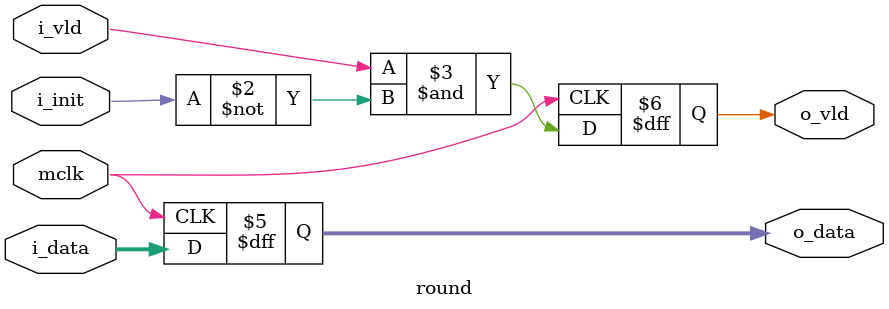
<source format=v>
`default_nettype none
module round #(
  parameter IN_W  = 10,
  parameter OUT_W = 10
) (
  input wire                    mclk,
  input wire                    i_init,
  input wire                    i_vld,
  input wire signed  [IN_W-1:0] i_data,
  output reg                    o_vld,
  output reg signed [OUT_W-1:0] o_data
);


  generate
    if  (IN_W > OUT_W) begin: round
     wire signed [IN_W-1:0]  w_convergent = i_data[IN_W-1:0] +
                                               {{(OUT_W){1'b0}},
                                                i_data[IN_W-OUT_W],
                                                {(IN_W-OUT_W-1){~i_data[(IN_W-OUT_W)]}}};
      always @(posedge mclk) o_vld  <= i_vld & ~i_init;
      always @(posedge mclk) o_data <= i_vld & ~i_init ? w_convergent[IN_W-1 -: OUT_W] : o_data;
    end
    else begin: copy
      always @(posedge mclk) o_vld  <= i_vld & ~i_init;
      always @(posedge mclk) o_data <= {i_data, {OUT_W-IN_W{1'b0}}};
    end
  endgenerate
endmodule

</source>
